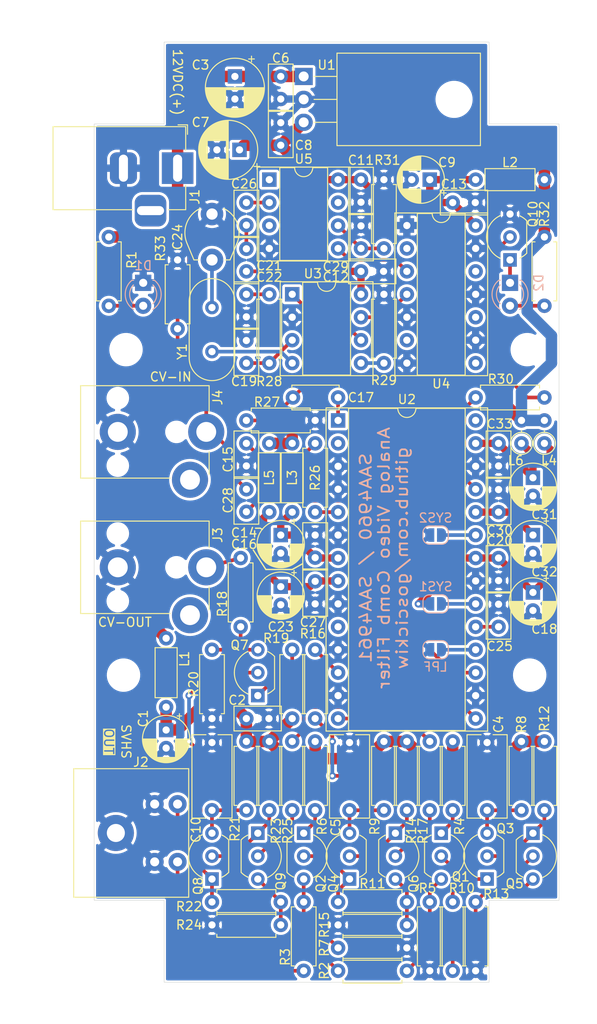
<source format=kicad_pcb>
(kicad_pcb (version 20221018) (generator pcbnew)
  (title_block (title "SAA4960 / SAA4961 Analog Video Comb Filter") (date "2024-08-24") (company "github.com/goscickiw"))
  (layers (0 "F.Cu" signal) (31 "B.Cu" signal) (34 "B.Paste" user) (35 "F.Paste" user) (36 "B.SilkS" user "B.Silkscreen") (37 "F.SilkS" user "F.Silkscreen") (38 "B.Mask" user) (39 "F.Mask" user) (44 "Edge.Cuts" user))
  (net 0 "")
  (net 1 "+12VA")
  (net 2 "GND")
  (net 3 "+12V")
  (net 4 "Net-(Q3-E)")
  (net 5 "Net-(Q4-E)")
  (net 6 "+5V")
  (net 7 "VCC")
  (net 8 "Net-(Q8-E)")
  (net 9 "+5VA")
  (net 10 "Net-(C15-Pad1)")
  (net 11 "Net-(U2-FSC)")
  (net 12 "Net-(U3-FSC)")
  (net 13 "+5VD")
  (net 14 "Net-(U3-PD)")
  (net 15 "Net-(U3-CVBS)")
  (net 16 "/CVBS-IN")
  (net 17 "Net-(C22-Pad1)")
  (net 18 "+5VP")
  (net 19 "Net-(C24-Pad1)")
  (net 20 "Net-(U5-VIDEO)")
  (net 21 "Net-(U2-CSY)")
  (net 22 "Net-(U5-INT)")
  (net 23 "Net-(U2-YEXT{slash}CVBS)")
  (net 24 "+5VL")
  (net 25 "Net-(D1-A)")
  (net 26 "Net-(D2-K)")
  (net 27 "Net-(D2-A)")
  (net 29 "/Y")
  (net 30 "/C")
  (net 31 "/CVBS-OUT")
  (net 32 "Net-(JP1-A)")
  (net 33 "Net-(JP2-A)")
  (net 34 "Net-(JP3-A)")
  (net 35 "Net-(Q1-C)")
  (net 36 "Net-(Q1-B)")
  (net 37 "Net-(Q1-E)")
  (net 38 "Net-(Q2-C)")
  (net 39 "Net-(Q2-B)")
  (net 40 "Net-(Q2-E)")
  (net 41 "Net-(Q3-B)")
  (net 42 "Net-(Q4-B)")
  (net 43 "Net-(Q5-B)")
  (net 44 "Net-(Q5-E)")
  (net 45 "Net-(Q6-B)")
  (net 46 "Net-(Q6-E)")
  (net 47 "Net-(Q7-C)")
  (net 48 "Net-(Q7-B)")
  (net 49 "Net-(Q7-E)")
  (net 50 "Net-(Q8-B)")
  (net 51 "Net-(Q9-B)")
  (net 52 "Net-(Q9-E)")
  (net 53 "Net-(Q10-B)")
  (net 54 "/DRV-C")
  (net 55 "/DRV-Y")
  (net 56 "/DRV-CV")
  (net 57 "Net-(U2-REFBP)")
  (net 58 "Net-(U3-4FSC)")
  (net 59 "Net-(U2-COMBENA)")
  (net 63 "Net-(U3-XTAL)")
  (net 64 "Net-(U3-BG)")
  (net 67 "Net-(U5-BURST)")
  (net 74 "/REFDL")
  (footprint "Resistor_THT:R_Axial_DIN0207_L6.3mm_D2.5mm_P7.62mm_Horizontal" (layer "F.Cu") (at 144.78 149.86 90)
    (fp_text reference "R3")
    (fp_text value "75R")
  )
  (footprint "Capacitor_THT:C_Rect_L9.0mm_W4.2mm_P7.50mm_MKT" (layer "F.Cu") (at 134.62 124.58 -90)
    (fp_text reference "C10")
    (fp_text value "1uF")
  )
  (footprint "Package_DIP:DIP-14_W7.62mm_Socket" (layer "F.Cu") (at 156.21 67.31)
    (fp_text reference "U4")
    (fp_text value "74HC04")
  )
  (footprint "Resistor_THT:R_Axial_DIN0207_L6.3mm_D2.5mm_P7.62mm_Horizontal" (layer "F.Cu") (at 134.62 144.78)
    (fp_text reference "R24")
    (fp_text value "560R")
  )
  (footprint "Inductor_THT:L_Axial_L5.3mm_D2.2mm_P7.62mm_Horizontal_Vishay_IM-1" (layer "F.Cu") (at 129.54 113.03 -90)
    (fp_text reference "L1")
    (fp_text value "22uH")
  )
  (footprint "Resistor_THT:R_Axial_DIN0207_L6.3mm_D2.5mm_P7.62mm_Horizontal" (layer "F.Cu") (at 138.43 132.08 90)
    (fp_text reference "R21")
    (fp_text value "47R")
  )
  (footprint "Resistor_THT:R_Axial_DIN0207_L6.3mm_D2.5mm_P7.62mm_Horizontal" (layer "F.Cu") (at 146.05 132.08 90)
    (fp_text reference "R6")
    (fp_text value "27R")
  )
  (footprint "Capacitor_THT:C_Disc_D5.0mm_W2.5mm_P2.50mm" (layer "F.Cu") (at 151.13 62.23 -90)
    (fp_text reference "C11")
    (fp_text value "100nF")
  )
  (footprint "Resistor_THT:R_Axial_DIN0207_L6.3mm_D2.5mm_P7.62mm_Horizontal" (layer "F.Cu") (at 123.19 76.2 90)
    (fp_text reference "R1")
    (fp_text value "10k")
  )
  (footprint "Resistor_THT:R_Axial_DIN0207_L6.3mm_D2.5mm_P7.62mm_Horizontal" (layer "F.Cu") (at 158.75 149.86 90)
    (fp_text reference "R5")
    (fp_text value "1k")
  )
  (footprint "Resistor_THT:R_Axial_DIN0207_L6.3mm_D2.5mm_P7.62mm_Horizontal" (layer "F.Cu") (at 143.51 114.3 -90)
    (fp_text reference "R19")
    (fp_text value "27R")
  )
  (footprint "Package_DIP:DIP-28_W15.24mm_Socket" (layer "F.Cu") (at 148.59 88.9)
    (fp_text reference "U2")
    (fp_text value "SAA4961")
  )
  (footprint "Capacitor_THT:C_Disc_D5.0mm_W2.5mm_P2.50mm" (layer "F.Cu") (at 142.24 58.42 90)
    (fp_text reference "C8")
    (fp_text value "100nF")
  )
  (footprint "Capacitor_THT:C_Disc_D5.0mm_W2.5mm_P2.50mm" (layer "F.Cu") (at 151.13 69.85 90)
    (fp_text reference "C29")
    (fp_text value "100nF")
  )
  (footprint "Capacitor_THT:CP_Radial_D6.3mm_P2.50mm" (layer "F.Cu") (at 137.16 50.8 -90)
    (fp_text reference "C3")
    (fp_text value "220uF")
  )
  (footprint "Capacitor_THT:C_Disc_D5.0mm_W2.5mm_P2.50mm" (layer "F.Cu") (at 138.43 82.55 90)
    (fp_text reference "C19")
    (fp_text value "470pF")
  )
  (footprint "Resistor_THT:R_Axial_DIN0207_L6.3mm_D2.5mm_P7.62mm_Horizontal" (layer "F.Cu") (at 161.29 132.08 90)
    (fp_text reference "R4")
    (fp_text value "27R")
  )
  (footprint "Resistor_THT:R_Axial_DIN0207_L6.3mm_D2.5mm_P7.62mm_Horizontal" (layer "F.Cu") (at 134.62 121.92 90)
    (fp_text reference "R20")
    (fp_text value "1k")
  )
  (footprint "Inductor_THT:L_Axial_L5.3mm_D2.2mm_P2.54mm_Vertical_Vishay_IM-1" (layer "F.Cu") (at 168.91 91.44 90)
    (fp_text reference "L6")
    (fp_text value "22uH")
  )
  (footprint "Connector_BarrelJack:BarrelJack_Horizontal" (layer "F.Cu") (at 130.81 60.96)
    (fp_text reference "J1")
    (fp_text value "12VDC(+)")
  )
  (footprint "Custom_Footprints:C_Trimmer_D6.0mm_P5.08mm" (layer "F.Cu") (at 134.62 71.12 90)
    (fp_text reference "C24")
    (fp_text value "20pF")
  )
  (footprint "Capacitor_THT:C_Disc_D5.0mm_W2.5mm_P2.50mm" (layer "F.Cu") (at 138.43 72.39 90)
    (fp_text reference "C21")
    (fp_text value "100nF")
  )
  (footprint "Capacitor_THT:C_Disc_D5.0mm_W2.5mm_P5.00mm" (layer "F.Cu") (at 148.59 86.36 180)
    (fp_text reference "C17")
    (fp_text value "1nF")
  )
  (footprint "Package_TO_SOT_THT:TO-92_Inline_Wide" (layer "F.Cu") (at 165.1 139.7 90)
    (fp_text reference "Q3")
    (fp_text value "BC558")
  )
  (footprint "Resistor_THT:R_Axial_DIN0207_L6.3mm_D2.5mm_P7.62mm_Horizontal" (layer "F.Cu") (at 168.91 132.08 90)
    (fp_text reference "R8")
    (fp_text value "47R")
  )
  (footprint "Capacitor_THT:C_Disc_D5.0mm_W2.5mm_P2.50mm" (layer "F.Cu") (at 138.43 67.27 90)
    (fp_text reference "C26")
    (fp_text value "100nF")
  )
  (footprint "Capacitor_THT:CP_Radial_D5.0mm_P2.00mm" (layer "F.Cu") (at 158.75 62.23 180)
    (fp_text reference "C9")
    (fp_text value "100uF")
  )
  (footprint "Capacitor_THT:C_Rect_L9.0mm_W4.2mm_P7.50mm_MKT" (layer "F.Cu") (at 165.1 124.58 -90)
    (fp_text reference "C4")
    (fp_text value "1uF")
  )
  (footprint "Package_TO_SOT_THT:TO-92_Inline_Wide" (layer "F.Cu") (at 144.78 134.62 -90)
    (fp_text reference "Q2")
    (fp_text value "BC548")
  )
  (footprint "Capacitor_THT:C_Disc_D5.0mm_W2.5mm_P2.50mm" (layer "F.Cu") (at 166.37 91.44 -90)
    (fp_text reference "C33")
    (fp_text value "100nF")
  )
  (footprint "Package_TO_SOT_THT:TO-220-3_Horizontal_TabDown" (layer "F.Cu") (at 144.78 50.8 -90)
    (fp_text reference "U1")
    (fp_text value "L7805")
  )
  (footprint "Resistor_THT:R_Axial_DIN0207_L6.3mm_D2.5mm_P7.62mm_Horizontal" (layer "F.Cu") (at 153.67 132.08 90)
    (fp_text reference "R9")
    (fp_text value "47R")
  )
  (footprint "Custom_Footprints:Keystone_973" (layer "F.Cu") (at 124.185 105.17 90)
    (fp_text reference "J3")
    (fp_text value "CV-OUT")
  )
  (footprint "Package_TO_SOT_THT:TO-92_Inline_Wide" (layer "F.Cu") (at 160.02 134.62 -90)
    (fp_text reference "Q1")
    (fp_text value "BC548")
  )
  (footprint "Resistor_THT:R_Axial_DIN0207_L6.3mm_D2.5mm_P7.62mm_Horizontal" (layer "F.Cu") (at 163.83 149.86 90)
    (fp_text reference "R13")
    (fp_text value "560R")
  )
  (footprint "Resistor_THT:R_Axial_DIN0207_L6.3mm_D2.5mm_P7.62mm_Horizontal" (layer "F.Cu") (at 146.05 88.9 180)
    (fp_text reference "R27")
    (fp_text value "1k")
  )
  (footprint "Capacitor_THT:C_Disc_D5.0mm_W2.5mm_P2.50mm" (layer "F.Cu") (at 138.43 121.92)
    (fp_text reference "C2")
    (fp_text value "100nF")
  )
  (footprint "Crystal:Crystal_HC49-U_Vertical" (layer "F.Cu") (at 134.62 76.4 -90)
    (fp_text reference "Y1")
    (fp_text value "See table")
  )
  (footprint "Capacitor_THT:C_Disc_D5.0mm_W2.5mm_P2.50mm" (layer "F.Cu") (at 166.37 104.14 -90)
    (fp_text reference "C20")
    (fp_text value "100nF")
  )
  (footprint "Package_TO_SOT_THT:TO-92_Inline_Wide" (layer "F.Cu") (at 170.18 134.62 -90)
    (fp_text reference "Q5")
    (fp_text value "BC548")
  )
  (footprint "Package_TO_SOT_THT:TO-92_Inline_Wide" (layer "F.Cu") (at 154.94 134.62 -90)
    (fp_text reference "Q6")
    (fp_text value "BC548")
  )
  (footprint "Inductor_THT:L_Axial_L5.3mm_D2.2mm_P7.62mm_Horizontal_Vishay_IM-1" (layer "F.Cu") (at 143.51 91.44 -90)
    (fp_text reference "L3")
    (fp_text value "22uH")
  )
  (footprint "Capacitor_THT:C_Disc_D5.0mm_W2.5mm_P2.50mm" (layer "F.Cu") (at 166.37 111.76 90)
    (fp_text reference "C25")
    (fp_text value "100nF")
  )
  (footprint "Package_DIP:DIP-8_W7.62mm_Socket" (layer "F.Cu") (at 143.51 74.93)
    (fp_text reference "U3")
    (fp_text value "MC44144")
  )
  (footprint "Capacitor_THT:C_Disc_D5.0mm_W2.5mm_P2.50mm" (layer "F.Cu") (at 138.43 74.93 -90)
    (fp_text reference "C22")
    (fp_text value "100nF")
  )
  (footprint "Resistor_THT:R_Axial_DIN0207_L6.3mm_D2.5mm_P7.62mm_Horizontal" (layer "F.Cu") (at 146.05 91.44 -90)
    (fp_text reference "R26")
    (fp_text value "47R")
  )
  (footprint "Package_TO_SOT_THT:TO-92_Inline_Wide" (layer "F.Cu") (at 149.86 139.7 90)
    (fp_text reference "Q4")
    (fp_text value "BC558")
  )
  (footprint "Resistor_THT:R_Axial_DIN0207_L6.3mm_D2.5mm_P7.62mm_Horizontal" (layer "F.Cu") (at 153.67 74.93 -90)
    (fp_text reference "R29")
    (fp_text value "1k")
  )
  (footprint "Inductor_THT:L_Axial_L5.3mm_D2.2mm_P2.54mm_Vertical_Vishay_IM-1" (layer "F.Cu") (at 171.45 91.44 90)
    (fp_text reference "L4")
    (fp_text value "22uH")
  )
  (footprint "Capacitor_THT:C_Rect_L9.0mm_W4.2mm_P7.50mm_MKT" (layer "F.Cu") (at 149.86 124.58 -90)
    (fp_text reference "C5")
    (fp_text value "1uF")
  )
  (footprint "Package_TO_SOT_THT:TO-92_Inline_Wide" (layer "F.Cu") (at 134.62 139.7 90)
    (fp_text reference "Q8")
    (fp_text value "BC558")
  )
  (footprint "Resistor_THT:R_Axial_DIN0207_L6.3mm_D2.5mm_P7.62mm_Horizontal" (layer "F.Cu") (at 148.59 142.24)
    (fp_text reference "R11")
    (fp_text value "560R")
  )
  (footprint "Capacitor_THT:C_Disc_D5.0mm_W2.5mm_P2.50mm" (layer "F.Cu") (at 138.43 99.02 90)
    (fp_text reference "C28")
    (fp_text value "100nF")
  )
  (footprint "Resistor_THT:R_Axial_DIN0207_L6.3mm_D2.5mm_P7.62mm_Horizontal" (layer "F.Cu") (at 140.97 132.08 90)
    (fp_text reference "R23")
    (fp_text value "4,7k")
  )
  (footprint "Capacitor_THT:CP_Radial_D5.0mm_P2.00mm" (layer "F.Cu") (at 129.54 123.19 -90)
    (fp_text reference "C1")
    (fp_text value "100uF")
  )
  (footprint "Capacitor_THT:CP_Radial_D5.0mm_P2.00mm" (layer "F.Cu") (at 170.18 107.95 -90)
    (fp_text reference "C18")
    (fp_text value "100uF")
  )
  (footprint "Resistor_THT:R_Axial_DIN0207_L6.3mm_D2.5mm_P7.62mm_Horizontal" (layer "F.Cu") (at 148.59 144.78)
    (fp_text reference "R15")
    (fp_text value "560R")
  )
  (footprint "Resistor_THT:R_Axial_DIN0207_L6.3mm_D2.5mm_P7.62mm_Horizontal" (layer "F.Cu") (at 156.21 132.08 90)
    (fp_text reference "R14")
    (fp_text value "4,7k")
  )
  (footprint "Inductor_THT:L_Axial_L5.3mm_D2.2mm_P7.62mm_Horizontal_Vishay_IM-1" (layer "F.Cu") (at 171.45 62.23 180)
    (fp_text reference "L2")
    (fp_text value "22uH")
  )
  (footprint "Resistor_THT:R_Axial_DIN0207_L6.3mm_D2.5mm_P7.62mm_Horizontal" (layer "F.Cu") (at 143.51 132.08 90)
    (fp_text reference "R25")
    (fp_text value "1k")
  )
  (footprint "Resistor_THT:R_Axial_DIN0207_L6.3mm_D2.5mm_P7.62mm_Horizontal" (layer "F.Cu") (at 134.62 142.24)
    (fp_text reference "R22")
    (fp_text value "560R")
  )
  (footprint "Package_TO_SOT_THT:TO-92_Inline_Wide" (layer "F.Cu") (at 139.7 119.38 90)
    (fp_text reference "Q7")
    (fp_text value "BC548")
  )
  (footprint "Custom_Footprints:MDC-204" (layer "F.Cu") (at 123.97 134.595 90)
    (fp_text reference "J2")
    (fp_text value "SVHS")
  )
  (footprint "Resistor_THT:R_Axial_DIN0207_L6.3mm_D2.5mm_P7.62mm_Horizontal" (layer "F.Cu") (at 137.795 104.14 -90)
    (fp_text reference "R18")
    (fp_text value "75R")
  )
  (footprint "Package_DIP:DIP-8_W7.62mm_Socket" (layer "F.Cu") (at 140.97 62.23)
    (fp_text reference "U5")
    (fp_text value "LM1881")
  )
  (footprint "Capacitor_THT:C_Disc_D5.0mm_W2.5mm_P2.50mm" (layer "F.Cu") (at 151.13 72.39)
    (fp_text reference "C12")
    (fp_text value "100nF")
  )
  (footprint "Resistor_THT:R_Axial_DIN0207_L6.3mm_D2.5mm_P7.62mm_Horizontal" (layer "F.Cu") (at 140.97 74.93 -90)
    (fp_text reference "R28")
    (fp_text value "47k")
  )
  (footprint "Resistor_THT:R_Axial_DIN0207_L6.3mm_D2.5mm_P7.62mm_Horizontal" (layer "F.Cu") (at 153.67 62.23 -90)
    (fp_text reference "R31")
    (fp_text value "680k")
  )
  (footprint "Resistor_THT:R_Axial_DIN0207_L6.3mm_D2.5mm_P7.62mm_Horizontal" (layer "F.Cu") (at 171.45 76.2 90)
    (fp_text reference "R32")
    (fp_text value "4,7k")
  )
  (footprint "Capacitor_THT:CP_Radial_D5.0mm_P2.00mm" (layer "F.Cu") (at 170.18 95.25 -90)
    (fp_text reference "C31")
    (fp_text value "100uF")
  )
  (footprint "Custom_Footprints:Keystone_973" (layer "F.Cu") (at 124.185 90.17 90)
    (fp_text reference "J4")
    (fp_text value "CV-IN")
  )
  (footprint "Resistor_THT:R_Axial_DIN0207_L6.3mm_D2.5mm_P7.62mm_Horizontal" (layer "F.Cu") (at 161.29 142.24 -90)
    (fp_text reference "R10")
    (fp_text value "560R")
  )
  (footprint "Capacitor_THT:C_Disc_D5.0mm_W2.5mm_P2.50mm" (layer "F.Cu") (at 166.37 99.06 90)
    (fp_text reference "C30")
    (fp_text value "100nF")
  )
  (footprint "Resistor_THT:R_Axial_DIN0207_L6.3mm_D2.5mm_P7.62mm_Horizontal" (layer "F.Cu") (at 146.05 121.92 90)
    (fp_text reference "R16")
    (fp_text value "1k")
  )
  (footprint "Capacitor_THT:C_Disc_D5.0mm_W2.5mm_P2.50mm" (layer "F.Cu") (at 161.29 64.77)
    (fp_text reference "C13")
    (fp_text value "100nF")
  )
  (footprint "Capacitor_THT:C_Disc_D5.0mm_W2.5mm_P2.50mm" (layer "F.Cu") (at 142.24 50.8 -90)
    (fp_text reference "C6")
    (fp_text value "100nF")
  )
  (footprint "Resistor_THT:R_Axial_DIN0207_L6.3mm_D2.5mm_P7.62mm_Horizontal" (layer "F.Cu") (at 158.75 132.08 90)
    (fp_text reference "R17")
    (fp_text value "1k")
  )
  (footprint "Capacitor_THT:CP_Radial_D5.0mm_P2.00mm" (layer "F.Cu") (at 170.18 101.6 -90)
    (fp_text reference "C32")
    (fp_text value "100uF")
  )
  (footprint "Capacitor_THT:CP_Radial_D6.3mm_P2.50mm" (layer "F.Cu") (at 137.668 58.928 180)
    (fp_text reference "C7")
    (fp_text value "220uF")
  )
  (footprint "Resistor_THT:R_Axial_DIN0207_L6.3mm_D2.5mm_P7.62mm_Horizontal" (layer "F.Cu") (at 156.21 147.32 180)
    (fp_text reference "R7")
    (fp_text value "1k")
  )
  (footprint "Package_TO_SOT_THT:TO-92_Inline_Wide" (layer "F.Cu") (at 139.7 134.62 -90)
    (fp_text reference "Q9")
    (fp_text value "BC548")
  )
  (footprint "Resistor_THT:R_Axial_DIN0207_L6.3mm_D2.5mm_P7.62mm_Horizontal" (layer "F.Cu") (at 163.83 86.36)
    (fp_text reference "R30")
    (fp_text value "2,2k")
  )
  (footprint "Resistor_THT:R_Axial_DIN0207_L6.3mm_D2.5mm_P7.62mm_Horizontal" (layer "F.Cu") (at 130.81 71.12 -90)
    (fp_text reference "R33")
    (fp_text value "75R")
  )
  (footprint "Custom_Footprints:Z-76" (layer "F.Cu") (at 147.32 99.06)
    (fp_text reference "N1" hide)
    (fp_text value "Z-76")
    (fp_poly (pts (xy 18 52.07) (xy 18 43) (xy 25.75 43) (xy 25.75 -43) (xy 18 -43) (xy 18 -52.07) (xy -18 -52.07) (xy -18 -43) (xy -25.75 -43) (xy -25.75 43) (xy -18 43) (xy -18 52.07)) (stroke (width 0.05)) (fill none) (layer "Edge.Cuts"))
  )
  (footprint "Inductor_THT:L_Axial_L5.3mm_D2.2mm_P7.62mm_Horizontal_Vishay_IM-1" (layer "F.Cu") (at 140.97 91.44 -90)
    (fp_text reference "L5")
    (fp_text value "22uH")
  )
  (footprint "Package_TO_SOT_THT:TO-92_Inline_Wide" (layer "F.Cu") (at 167.64 71.12 90)
    (fp_text reference "Q10")
    (fp_text value "BC548")
  )
  (footprint "Capacitor_THT:C_Disc_D5.0mm_W2.5mm_P2.50mm" (layer "F.Cu") (at 146.05 104.1 90)
    (fp_text reference "C16")
    (fp_text value "100nF")
  )
  (footprint "Capacitor_THT:C_Disc_D5.0mm_W2.5mm_P2.50mm" (layer "F.Cu") (at 146.05 106.72 -90)
    (fp_text reference "C27")
    (fp_text value "100nF")
  )
  (footprint "Capacitor_THT:CP_Radial_D5.0mm_P2.00mm" (layer "F.Cu") (at 142.24 107.315 -90)
    (fp_text reference "C23")
    (fp_text value "100uF")
  )
  (footprint "Resistor_THT:R_Axial_DIN0207_L6.3mm_D2.5mm_P7.62mm_Horizontal" (layer "F.Cu") (at 148.59 149.86)
    (fp_text reference "R2")
    (fp_text value "75R")
  )
  (footprint "Resistor_THT:R_Axial_DIN0207_L6.3mm_D2.5mm_P7.62mm_Horizontal" (layer "F.Cu") (at 171.45 132.08 90)
    (fp_text reference "R12")
    (fp_text value "4,7k")
  )
  (footprint "Capacitor_THT:CP_Radial_D5.0mm_P2.00mm" (layer "F.Cu") (at 142.24 101.6 -90)
    (fp_text reference "C14")
    (fp_text value "100uF")
  )
  (footprint "Capacitor_THT:C_Disc_D5.0mm_W2.5mm_P2.50mm" (layer "F.Cu") (at 138.43 91.44 -90)
    (fp_text reference "C15")
    (fp_text value "100nF")
  )
  (footprint "Jumper:SolderJumper-2_P1.3mm_Open_RoundedPad1.0x1.5mm" (layer "B.Cu") (at 159.4 101.6 180)
    (fp_text reference "JP1")
    (fp_text value "SYS2")
  )
  (footprint "Jumper:SolderJumper-2_P1.3mm_Open_RoundedPad1.0x1.5mm" (layer "B.Cu") (at 159.4 114.3 180)
    (fp_text reference "JP3")
    (fp_text value "LPF")
  )
  (footprint "LED_THT:LED_D3.0mm" (layer "B.Cu") (at 167.64 73.66 -90)
    (fp_text reference "D2")
    (fp_text value "COMB")
  )
  (footprint "Jumper:SolderJumper-2_P1.3mm_Open_RoundedPad1.0x1.5mm" (layer "B.Cu") (at 159.4 109.22 180)
    (fp_text reference "JP2")
    (fp_text value "SYS1")
  )
  (footprint "LED_THT:LED_D3.0mm" (layer "B.Cu") (at 127 73.66 -90)
    (fp_text reference "D1")
    (fp_text value "POWER")
  )
  (gr_line (start 139.954 100.838) (end 140.208 100.965) (stroke (width 0.15)) (layer "F.SilkS"))
  (gr_line (start 143.51 105.41) (end 144.653 104.775) (stroke (width 0.15)) (layer "F.SilkS"))
  (gr_line (start 139.446 100.838) (end 139.954 100.838) (stroke (width 0.15)) (layer "F.SilkS"))
  (gr_line (start 139.192 103.251) (end 140.589 105.41) (stroke (width 0.15)) (layer "F.SilkS"))
  (gr_line (start 140.589 105.41) (end 143.51 105.41) (stroke (width 0.15)) (layer "F.SilkS"))
  (gr_text "SAA4960 / SAA4961\nAnalog Video Comb Filter\ngithub.com/goscickiw" (at 153.67 104.14 90) (layer "B.SilkS") (effects (font (size 1.25 1.5) (thickness 0.2)) (justify mirror)))
  (gr_text "OUT" (at 123.19 124.46 270) (layer "F.SilkS" knockout) (effects (font (size 1 1))))
  (segment (start 156.21 124.46) (end 153.67 124.46) (width 1.27) (layer "F.Cu") (net 1))
  (segment (start 140.97 124.46) (end 138.43 124.46) (width 1.27) (layer "F.Cu") (net 1))
  (segment (start 129.54 123.19) (end 129.54 120.65) (width 1.27) (layer "F.Cu") (net 1))
  (segment (start 158.115 126.365) (end 156.21 124.46) (width 1.27) (layer "F.Cu") (net 1))
  (segment (start 167.005 126.365) (end 161.29 126.365) (width 1.27) (layer "F.Cu") (net 1))
  (segment (start 146.05 126.365) (end 142.875 126.365) (width 1.27) (layer "F.Cu") (net 1))
  (segment (start 143.51 121.92) (end 140.97 124.46) (width 1.27) (layer "F.Cu") (net 1))
  (segment (start 168.91 124.46) (end 167.005 126.365) (width 1.27) (layer "F.Cu") (net 1))
  (segment (start 142.875 126.365) (end 140.97 124.46) (width 1.27) (layer "F.Cu") (net 1))
  (segment (start 138.43 124.46) (end 138.43 121.92) (width 1.27) (layer "F.Cu") (net 1))
  (segment (start 130.81 123.19) (end 129.54 123.19) (width 1.27) (layer "F.Cu") (net 1))
  (segment (start 136.525 120.015) (end 133.985 120.015) (width 1.27) (layer "F.Cu") (net 1))
  (segment (start 146.05 124.46) (end 146.05 126.365) (width 1.27) (layer "F.Cu") (net 1))
  (segment (start 161.29 124.46) (end 161.29 126.365) (width 1.27) (layer "F.Cu") (net 1))
  (segment (start 151.765 126.365) (end 146.05 126.365) (width 1.27) (layer "F.Cu") (net 1))
  (segment (start 153.67 124.46) (end 151.765 126.365) (width 1.27) (layer "F.Cu") (net 1))
  (segment (start 161.29 126.365) (end 158.115 126.365) (width 1.27) (layer "F.Cu") (net 1))
  (segment (start 133.985 120.015) (end 130.81 123.19) (width 1.27) (layer "F.Cu") (net 1))
  (segment (start 138.43 121.92) (end 136.525 120.015) (width 1.27) (layer "F.Cu") (net 1))
  (segment (start 171.45 124.46) (end 168.91 124.46) (width 1.27) (layer "F.Cu") (net 1))
  (segment (start 144.78 53.38) (end 142.24 55.92) (width 0.8128) (layer "B.Cu") (net 2))
  (segment (start 144.78 53.34) (end 144.78 53.38) (width 0.8128) (layer "B.Cu") (net 2))
  (segment (start 144.74 53.3) (end 144.78 53.34) (width 0.8128) (layer "B.Cu") (net 2))
  (segment (start 142.24 53.3) (end 144.74 53.3) (width 0.8128) (layer "B.Cu") (net 2))
  (segment (start 128.905 68.58) (end 128.905 78.74) (width 1.27) (layer "F.Cu") (net 3))
  (segment (start 142.24 50.8) (end 144.78 50.8) (width 1.27) (layer "F.Cu") (net 3))
  (segment (start 129.54 81.915) (end 128.27 84.455) (width 1.27) (layer "F.Cu") (net 3))
  (segment (start 130.81 67.31) (end 129.54 68.58) (width 1.27) (layer "F.Cu") (net 3))
  (segment (start 128.905 78.74) (end 129.54 80.645) (width 1.27) (layer "F.Cu") (net 3))
  (segment (start 133.35 55.88) (end 130.81 58.42) (width 1.27) (layer "F.Cu") (net 3))
  (segment (start 130.81 58.42) (end 130.81 60.96) (width 1.27) (layer "F.Cu") (net 3))
  (segment (start 134.62 50.8) (end 133.35 52.07) (width 1.27) (layer "F.Cu") (net 3))
  (segment (start 129.54 68.58) (end 128.905 68.58) (width 1.27) (layer "F.Cu") (net 3))
  (segment (start 128.905 68.58) (end 123.19 68.58) (width 1.27) (layer "F.Cu") (net 3))
  (segment (start 133.35 52.07) (end 133.35 55.88) (width 1.27) (layer "F.Cu") (net 3))
  (segment (start 137.16 50.8) (end 142.24 50.8) (width 1.27) (layer "F.Cu") (net 3))
  (segment (start 128.27 84.455) (end 128.27 111.76) (width 1.27) (layer "F.Cu") (net 3))
  (segment (start 130.81 60.96) (end 130.81 67.31) (width 1.27) (layer "F.Cu") (net 3))
  (segment (start 137.16 50.8) (end 134.62 50.8) (width 1.27) (layer "F.Cu") (net 3))
  (segment (start 128.27 111.76) (end 129.54 113.03) (width 1.27) (layer "F.Cu") (net 3))
  (segment (start 129.54 80.645) (end 129.54 81.915) (width 1.27) (layer "F.Cu") (net 3))
  (segment (start 165.1 132.08) (end 165.1 134.62) (width 0.4064) (layer "F.Cu") (net 4))
  (segment (start 165.1 132.08) (end 168.91 132.08) (width 0.4064) (layer "F.Cu") (net 4))
  (segment (start 149.86 132.08) (end 149.86 134.62) (width 0.4064) (layer "F.Cu") (net 5))
  (segment (start 153.67 132.08) (end 149.86 132.08) (width 0.4064) (layer "F.Cu") (net 5))
  (segment (start 171.45 60.96) (end 170.18 59.69) (width 1.27) (layer "F.Cu") (net 6))
  (segment (start 143.51 88.9) (end 143.51 91.44) (width 1.27) (layer "F.Cu") (net 6))
  (segment (start 142.24 58.42) (end 144.78 55.88) (width 1.27) (layer "F.Cu") (net 6))
  (segment (start 171.45 68.58) (end 171.45 62.23) (width 1.27) (layer "F.Cu") (net 6))
  (segment (start 140.97 91.44) (end 143.51 91.44) (width 1.27) (layer "F.Cu") (net 6))
  (segment (start 142.24 58.42) (end 138.176 58.42) (width 1.27) (layer "F.Cu") (net 6))
  (segment (start 170.18 59.69) (end 143.51 59.69) (width 1.27) (layer "F.Cu") (net 6))
  (segment (start 138.176 58.42) (end 137.668 58.928) (width 1.27) (layer "F.Cu") (net 6))
  (segment (start 164.465 84.455) (end 147.955 84.455) (width 1.27) (layer "F.Cu") (net 6))
  (segment (start 147.955 84.455) (end 143.51 88.9) (width 1.27) (layer "F.Cu") (net 6))
  (segment (start 168.91 88.9) (end 164.465 84.455) (width 1.27) (layer "F.Cu") (net 6))
  (segment (start 143.51 59.69) (end 142.24 58.42) (width 1.27) (layer "F.Cu") (net 6))
  (segment (start 171.45 62.23) (end 171.45 60.96) (width 1.27) (layer "F.Cu") (net 6))
  (segment (start 172.2318 79.5218) (end 169.545 76.835) (width 1.27) (layer "B.Cu") (net 6))
  (segment (start 168.91 88.9) (end 168.91 85.725) (width 1.27) (layer "B.Cu") (net 6))
  (segment (start 172.2318 82.55) (end 172.2318 79.5218) (width 1.27) (layer "B.Cu") (net 6))
  (segment (start 169.545 70.485) (end 171.45 68.58) (width 1.27) (layer "B.Cu") (net 6))
  (segment (start 169.545 76.835) (end 169.545 70.485) (width 1.27) (layer "B.Cu") (net 6))
  (segment (start 168.91 85.725) (end 172.2318 82.55) (width 1.27) (layer "B.Cu") (net 6))
  (segment (start 168.91 88.9) (end 171.45 88.9) (width 1.27) (layer "B.Cu") (net 6))
  (segment (start 147.32 62.23) (end 148.59 62.23) (width 0.8128) (layer "F.Cu") (net 7))
  (segment (start 151.13 72.39) (end 147.32 72.39) (width 0.8128) (layer "F.Cu") (net 7))
  (segment (start 158.75 64.77) (end 153.67 64.77) (width 0.8128) (layer "F.Cu") (net 7))
  (segment (start 151.13 62.23) (end 148.59 62.23) (width 0.8128) (layer "F.Cu") (net 7))
  (segment (start 163.83 62.23) (end 158.75 62.23) (width 0.8128) (layer "F.Cu") (net 7))
  (segment (start 153.67 64.77) (end 151.13 62.23) (width 0.8128) (layer "F.Cu") (net 7))
  (segment (start 163.83 67.31) (end 161.29 64.77) (width 0.8128) (layer "F.Cu") (net 7))
  (segment (start 146.05 63.5) (end 147.32 62.23) (width 0.8128) (layer "F.Cu") (net 7))
  (segment (start 161.29 64.77) (end 158.75 64.77) (width 0.8128) (layer "F.Cu") (net 7))
  (segment (start 146.05 71.12) (end 146.05 63.5) (width 0.8128) (layer "F.Cu") (net 7))
  (segment (start 147.32 72.39) (end 146.05 71.12) (width 0.8128) (layer "F.Cu") (net 7))
  (segment (start 151.13 74.93) (end 151.13 72.39) (width 0.8128) (layer "F.Cu") (net 7))
  (segment (start 158.75 62.23) (end 158.75 64.77) (width 0.8128) (layer "F.Cu") (net 7))
  (segment (start 138.43 132.08) (end 134.62 132.08) (width 0.4064) (layer "F.Cu") (net 8))
  (segment (start 134.62 134.62) (end 134.62 132.08) (width 0.4064) (layer "F.Cu") (net 8))
  (segment (start 146.05 104.1) (end 143.55 101.6) (width 0.8128) (layer "F.Cu") (net 9))
  (segment (start 143.55 101.6) (end 142.24 101.6) (width 0.8128) (layer "F.Cu") (net 9))
  (segment (start 146.09 104.14) (end 146.05 104.1) (width 0.8128) (layer "F.Cu") (net 9))
  (segment (start 142.24 100.33) (end 143.51 99.06) (width 0.8128) (layer "F.Cu") (net 9))
  (segment (start 142.24 101.6) (end 142.24 100.33) (width 0.8128) (layer "F.Cu") (net 9))
  (segment (start 148.59 104.14) (end 146.09 104.14) (width 0.8128) (layer "F.Cu") (net 9))
  (segment (start 146.05 91.44) (end 144.78 92.71) (width 0.4064) (layer "F.Cu") (net 10))
  (segment (start 144.78 92.71) (end 139.7 92.71) (width 0.4064) (layer "F.Cu") (net 10))
  (segment (start 139.7 92.71) (end 138.43 91.44) (width 0.4064) (layer "F.Cu") (net 10))
  (segment (start 148.59 86.36) (end 148.59 88.9) (width 0.4064) (layer "F.Cu") (net 11))
  (segment (start 143.59 86.36) (end 141.05 88.9) (width 0.4064) (layer "F.Cu") (net 12))
  (segment (start 143.51 74.93) (end 146.05 77.47) (width 0.4064) (layer "F.Cu") (net 12))
  (segment (start 146.05 83.9) (end 143.59 86.36) (width 0.4064) (layer "F.Cu") (net 12))
  (segment (start 146.05 77.47) (end 146.05 83.9) (width 0.4064) (layer "F.Cu") (net 12))
  (segment (start 141.05 88.9) (end 138.43 88.9) (width 0.4064) (layer "F.Cu") (net 12))
  (segment (start 172.085 92.075) (end 172.085 106.045) (width 0.8128) (layer "F.Cu") (net 13))
  (segment (start 163.83 104.14) (end 162.56 104.14) (width 0.8128) (layer "F.Cu") (net 13))
  (segment (start 172.085 106.045) (end 170.18 107.95) (width 0.8128) (layer "F.Cu") (net 13))
  (segment (start 166.37 104.14) (end 163.83 104.14) (width 0.8128) (layer "F.Cu") (net 13))
  (segment (start 171.45 91.44) (end 172.085 92.075) (width 0.8128) (layer "F.Cu") (net 13))
  (segment (start 162.56 104.14) (end 157.48 109.22) (width 0.8128) (layer "F.Cu") (net 13))
  (segment (start 170.18 107.95) (end 166.37 104.14) (width 0.8128) (layer "F.Cu") (net 13))
  (via (at 157.48 109.22) (size 0.8) (drill 0.4) (layers "F.Cu" "B.Cu") (net 13))
  (segment (start 158.75 109.22) (end 157.48 109.22) (width 0.8128) (layer "B.Cu") (net 13))
  (segment (start 138.43 82.55) (end 140.97 82.55) (width 0.4064) (layer "F.Cu") (net 14))
  (segment (start 140.97 82.55) (end 143.51 80.01) (width 0.4064) (layer "F.Cu") (net 14))
  (segment (start 144.78 72.39) (end 147.32 74.93) (width 0.4064) (layer "F.Cu") (net 15))
  (segment (start 138.43 72.39) (end 144.78 72.39) (width 0.4064) (layer "F.Cu") (net 15))
  (segment (start 147.32 76.2) (end 151.13 80.01) (width 0.4064) (layer "F.Cu") (net 15))
  (segment (start 147.32 74.93) (end 147.32 76.2) (width 0.4064) (layer "F.Cu") (net 15))
  (segment (start 133.985 90.17) (end 133.985 86.995) (width 0.4064) (layer "F.Cu") (net 16))
  (segment (start 130.81 73.66) (end 132.08 72.39) (width 0.4064) (layer "F.Cu") (net 16))
  (segment (start 132.08 69.85) (end 133.35 68.58) (width 0.4064) (layer "F.Cu") (net 16))
  (segment (start 133.35 68.58) (end 138.43 68.58) (width 0.4064) (layer "F.Cu") (net 16))
  (segment (start 130.81 78.74) (end 130.81 73.66) (width 0.4064) (layer "F.Cu") (net 16))
  (segment (start 133.985 86.995) (end 130.81 83.82) (width 0.4064) (layer "F.Cu") (net 16))
  (segment (start 137.16 95.25) (end 137.16 92.71) (width 0.4064) (layer "F.Cu") (net 16))
  (segment (start 138.43 68.58) (end 138.43 69.89) (width 0.4064) (layer "F.Cu") (net 16))
  (segment (start 137.16 92.71) (end 134.62 90.17) (width 0.4064) (layer "F.Cu") (net 16))
  (segment (start 134.62 90.17) (end 133.985 90.17) (width 0.4064) (layer "F.Cu") (net 16))
  (segment (start 130.81 83.82) (end 130.81 78.74) (width 0.4064) (layer "F.Cu") (net 16))
  (segment (start 138.43 96.52) (end 137.16 95.25) (width 0.4064) (layer "F.Cu") (net 16))
  (segment (start 138.43 67.27) (end 138.43 68.58) (width 0.4064) (layer "F.Cu") (net 16))
  (segment (start 132.08 72.39) (end 132.08 69.85) (width 0.4064) (layer "F.Cu") (net 16))
  (segment (start 140.97 74.93) (end 138.43 74.93) (width 0.4064) (layer "F.Cu") (net 17))
  (segment (start 142.24 107.315) (end 145.455 107.315) (width 0.8128) (layer "F.Cu") (net 18))
  (segment (start 145.455 107.315) (end 146.05 106.72) (width 0.8128) (layer "F.Cu") (net 18))
  (segment (start 142.24 107.315) (end 140.335 105.41) (width 0.8128) (layer "F.Cu") (net 18))
  (segment (start 140.335 99.695) (end 140.97 99.06) (width 0.8128) (layer "F.Cu") (net 18))
  (segment (start 146.09 106.68) (end 146.05 106.72) (width 0.8128) (layer "F.Cu") (net 18))
  (segment (start 140.335 105.41) (end 140.335 99.695) (width 0.8128) (layer "F.Cu") (net 18))
  (segment (start 148.59 106.68) (end 146.09 106.68) (width 0.8128) (layer "F.Cu") (net 18))
  (segment (start 134.62 76.4) (end 134.62 71.12) (width 0.4064) (layer "B.Cu") (net 19))
  (segment (start 138.43 64.77) (end 140.97 64.77) (width 0.4064) (layer "F.Cu") (net 20))
  (segment (start 166.37 111.76) (end 163.83 111.76) (width 0.4064) (layer "F.Cu") (net 21))
  (segment (start 151.13 69.85) (end 148.59 67.31) (width 0.4064) (layer "F.Cu") (net 22))
  (segment (start 153.67 69.85) (end 151.13 69.85) (width 0.4064) (layer "F.Cu") (net 22))
  (segment (start 154.94 102.87) (end 149.86 97.79) (width 0.4064) (layer "F.Cu") (net 23))
  (segment (start 154.94 110.49) (end 154.94 102.87) (width 0.4064) (layer "F.Cu") (net 23))
  (segment (start 161.29 116.84) (end 154.94 110.49) (width 0.4064) (layer "F.Cu") (net 23))
  (segment (start 139.66 97.79) (end 138.43 99.02) (width 0.4064) (layer "F.Cu") (net 23))
  (segment (start 163.83 116.84) (end 161.29 116.84) (width 0.4064) (layer "F.Cu") (net 23))
  (segment (start 149.86 97.79) (end 139.66 97.79) (width 0.4064) (layer "F.Cu") (net 23))
  (segment (start 170.18 92.71) (end 168.91 91.44) (width 0.8128) (layer "F.Cu") (net 24))
  (segment (start 166.37 91.44) (end 163.83 91.44) (width 0.8128) (layer "F.Cu") (net 24))
  (segment (start 170.18 95.25) (end 170.18 92.71) (width 0.8128) (layer "F.Cu") (net 24))
  (segment (start 170.18 95.25) (end 166.37 91.44) (width 0.8128) (layer "F.Cu") (net 24))
  (segment (start 127 76.2) (end 123.19 76.2) (width 0.4064) (layer "F.Cu") (net 25))
  (segment (start 167.64 71.12) (end 167.64 73.66) (width 0.4064) (layer "F.Cu") (net 26))
  (segment (start 167.64 76.2) (end 171.45 76.2) (width 0.4064) (layer "F.Cu") (net 27))
  (segment (start 130.81 147.32) (end 130.81 137.795) (width 0.4064) (layer "F.Cu") (net 29))
  (segment (start 133.35 149.86) (end 130.81 147.32) (width 0.4064) (layer "F.Cu") (net 29))
  (segment (start 144.78 149.86) (end 133.35 149.86) (width 0.4064) (layer "F.Cu") (net 29))
  (segment (start 132.715 136.525) (end 130.81 134.62) (width 0.4064) (layer "F.Cu") (net 30))
  (segment (start 146.685 147.955) (end 133.985 147.955) (width 0.4064) (layer "F.Cu") (net 30))
  (segment (start 133.985 147.955) (end 132.715 146.685) (width 0.4064) (layer "F.Cu") (net 30))
  (segment (start 132.715 146.685) (end 132.715 136.525) (width 0.4064) (layer "F.Cu") (net 30))
  (segment (start 130.81 134.62) (end 130.81 131.395) (width 0.4064) (layer "F.Cu") (net 30))
  (segment (start 148.59 149.86) (end 146.685 147.955) (width 0.4064) (layer "F.Cu") (net 30))
  (segment (start 133.985 105.17) (end 137.795 104.14) (width 0.4064) (layer "F.Cu") (net 31))
  (segment (start 160.05 101.6) (end 163.83 101.6) (width 0.4064) (layer "B.Cu") (net 32))
  (segment (start 163.83 109.22) (end 160.05 109.22) (width 0.4064) (layer "B.Cu") (net 33))
  (segment (start 160.05 114.3) (end 163.83 114.3) (width 0.4064) (layer "B.Cu") (net 34))
  (segment (start 161.29 132.08) (end 161.29 133.35) (width 0.4064) (layer "F.Cu") (net 35))
  (segment (start 161.29 133.35) (end 160.02 134.62) (width 0.4064) (layer "F.Cu") (net 35))
  (segment (start 161.29 142.24) (end 161.29 139.7) (width 0.4064) (layer "F.Cu") (net 36))
  (segment (start 161.29 138.43) (end 160.02 137.16) (width 0.4064) (layer "F.Cu") (net 36))
  (segment (start 165.1 139.7) (end 161.29 139.7) (width 0.4064) (layer "F.Cu") (net 36))
  (segment (start 161.29 139.7) (end 161.29 138.43) (width 0.4064) (layer "F.Cu") (net 36))
  (segment (start 158.75 147.32) (end 158.75 142.24) (width 0.4064) (layer "F.Cu") (net 37))
  (segment (start 156.21 149.86) (end 158.75 147.32) (width 0.4064) (layer "F.Cu") (net 37))
  (segment (start 158.75 142.24) (end 158.75 140.97) (width 0.4064) (layer "F.Cu") (net 37))
  (segment (start 158.75 140.97) (end 160.02 139.7) (width 0.4064) (layer "F.Cu") (net 37))
  (segment (start 146.05 132.08) (end 146.05 133.35) (width 0.4064) (layer "F.Cu") (net 38))
  (segment (start 146.05 133.35) (end 144.78 134.62) (width 0.4064) (layer "F.Cu") (net 38))
  (segment (start 144.78 137.16) (end 147.32 137.16) (width 0.4064) (layer "F.Cu") (net 39))
  (segment (start 148.59 140.97) (end 149.86 139.7) (width 0.4064) (layer "F.Cu") (net 39))
  (segment (start 147.32 137.16) (end 149.86 139.7) (width 0.4064) (layer "F.Cu") (net 39))
  (segment (start 148.59 142.24) (end 148.59 140.97) (width 0.4064) (layer "F.Cu") (net 39))
  (segment (start 144.78 142.24) (end 144.78 139.7) (width 0.4064) (layer "F.Cu") (net 40))
  (segment (start 144.78 143.51) (end 144.78 142.24) (width 0.4064) (layer "F.Cu") (net 40))
  (segment (start 148.59 147.32) (end 144.78 143.51) (width 0.4064) (layer "F.Cu") (net 40))
  (segment (start 170.18 134.62) (end 167.64 137.16) (width 0.4064) (layer "F.Cu") (net 41))
  (segment (start 171.45 133.35) (end 170.18 134.62) (width 0.4064) (layer "F.Cu") (net 41))
  (segment (start 167.64 137.16) (end 165.1 137.16) (width 0.4064) (layer "F.Cu") (net 41))
  (segment (start 171.45 132.08) (end 171.45 133.35) (width 0.4064) (layer "F.Cu") (net 41))
  (segment (start 152.4 137.16) (end 154.94 134.62) (width 0.4064) (layer "F.Cu") (net 42))
  (segment (start 156.21 133.35) (end 154.94 134.62) (width 0.4064) (layer "F.Cu") (net 42))
  (segment (start 156.21 132.08) (end 156.21 133.35) (width 0.4064) (layer "F.Cu") (net 42))
  (segment (start 149.86 137.16) (end 152.4 137.16) (width 0.4064) (layer "F.Cu") (net 42))
  (segment (start 163.195 137.16) (end 164.465 138.43) (width 0.4064) (layer "F.Cu") (net 43))
  (segment (start 147.955 123.825) (end 146.05 121.92) (width 0.4064) (layer "F.Cu") (net 43))
  (segment (start 164.465 138.43) (end 168.91 138.43) (width 0.4064) (layer "F.Cu") (net 43))
  (segment (start 147.955 124.46) (end 147.955 123.825) (width 0.4064) (layer "F.Cu") (net 43))
  (segment (start 163.195 131.445) (end 163.195 137.16) (width 0.4064) (layer "F.Cu") (net 43))
  (segment (start 160.02 128.27) (end 163.195 131.445) (width 0.4064) (layer "F.Cu") (net 43))
  (segment (start 168.91 138.43) (end 170.18 137.16) (width 0.4064) (layer "F.Cu") (net 43))
  (segment (start 147.955 128.27) (end 160.02 128.27) (width 0.4064) (layer "F.Cu") (net 43))
  (via (at 147.955 124.46) (size 0.8) (drill 0.4) (layers "F.Cu" "B.Cu") (net 43))
  (via (at 147.955 128.27) (size 0.8) (drill 0.4) (layers "F.Cu" "B.Cu") (net 43))
  (segment (start 147.955 128.27) (end 147.955 124.46) (width 0.4064) (layer "B.Cu") (net 43))
  (segment (start 161.29 147.32) (end 161.29 149.86) (width 0.4064) (layer "F.Cu") (net 44))
  (segment (start 163.83 142.24) (end 165.1 140.97) (width 0.4064) (layer "F.Cu") (net 44))
  (segment (start 165.1 140.97) (end 168.91 140.97) (width 0.4064) (layer "F.Cu") (net 44))
  (segment (start 163.83 144.78) (end 161.29 147.32) (width 0.4064) (layer "F.Cu") (net 44))
  (segment (start 163.83 142.24) (end 163.83 144.78) (width 0.4064) (layer "F.Cu") (net 44))
  (segment (start 168.91 140.97) (end 170.18 139.7) (width 0.4064) (layer "F.Cu") (net 44))
  (segment (start 158.75 133.35) (end 154.94 137.16) (width 0.4064) (layer "F.Cu") (net 45))
  (segment (start 158.75 132.08) (end 158.75 133.35) (width 0.4064) (layer "F.Cu") (net 45))
  (segment (start 156.21 140.97) (end 154.94 139.7) (width 0.4064) (layer "F.Cu") (net 46))
  (segment (start 156.21 144.78) (end 156.21 142.24) (width 0.4064) (layer "F.Cu") (net 46))
  (segment (start 156.21 142.24) (end 156.21 140.97) (width 0.4064) (layer "F.Cu") (net 46))
  (segment (start 143.51 115.57) (end 143.51 114.3) (width 0.4064) (layer "F.Cu") (net 47))
  (segment (start 139.7 119.38) (end 143.51 115.57) (width 0.4064) (layer "F.Cu") (net 47))
  (segment (start 133.35 125.73) (end 133.35 138.43) (width 0.4064) (layer "F.Cu") (net 48))
  (segment (start 134.62 142.24) (end 134.62 139.7) (width 0.4064) (layer "F.Cu") (net 48))
  (segment (start 134.62 116.84) (end 139.7 116.84) (width 0.4064) (layer "F.Cu") (net 48))
  (segment (start 133.35 125.73) (end 132.08 124.46) (width 0.4064) (layer "F.Cu") (net 48))
  (segment (start 132.08 119.38) (end 134.62 116.84) (width 0.4064) (layer "F.Cu") (net 48))
  (segment (start 133.35 138.43) (end 134.62 139.7) (width 0.4064) (layer "F.Cu") (net 48))
  (via (at 132.08 119.38) (size 0.8) (drill 0.4) (layers "F.Cu" "B.Cu") (net 48))
  (via (at 132.08 124.46) (size 0.8) (drill 0.4) (layers "F.Cu" "B.Cu") (net 48))
  (segment (start 132.08 124.46) (end 132.08 119.38) (width 0.4064) (layer "B.Cu") (net 48))
  (segment (start 139.7 114.3) (end 137.795 114.3) (width 0.4064) (layer "F.Cu") (net 49))
  (segment (start 137.795 111.76) (end 137.795 114.3) (width 0.4064) (layer "F.Cu") (net 49))
  (segment (start 137.795 114.3) (end 134.62 114.3) (width 0.4064) (layer "F.Cu") (net 49))
  (segment (start 140.97 133.35) (end 139.7 134.62) (width 0.4064) (layer "F.Cu") (net 50))
  (segment (start 140.97 132.08) (end 140.97 133.35) (width 0.4064) (layer "F.Cu") (net 50))
  (segment (start 139.7 134.62) (end 137.16 137.16) (width 0.4064) (layer "F.Cu") (net 50))
  (segment (start 137.16 137.16) (end 134.62 137.16) (width 0.4064) (layer "F.Cu") (net 50))
  (segment (start 139.7 137.16) (end 143.51 133.35) (width 0.4064) (layer "F.Cu") (net 51))
  (segment (start 143.51 133.35) (end 143.51 132.08) (width 0.4064) (layer "F.Cu") (net 51))
  (segment (start 142.24 142.24) (end 142.24 144.78) (width 0.4064) (layer "F.Cu") (net 52))
  (segment (start 142.24 142.24) (end 139.7 139.7) (width 0.4064) (layer "F.Cu") (net 52))
  (segment (start 169.545 86.36) (end 171.45 86.36) (width 0.4064) (layer "F.Cu") (net 53))
  (segment (start 165.735 70.485) (end 165.735 82.55) (width 0.4064) (layer "F.Cu") (net 53))
  (segment (start 165.735 82.55) (end 169.545 86.36) (width 0.4064) (layer "F.Cu") (net 53))
  (segment (start 167.64 68.58) (end 165.735 70.485) (width 0.4064) (layer "F.Cu") (net 53))
  (segment (start 146.05 114.3) (end 148.59 116.84) (width 0.4064) (layer "F.Cu") (net 54))
  (segment (start 156.21 121.92) (end 148.59 121.92) (width 0.4064) (layer "F.Cu") (net 55))
  (segment (start 158.75 124.46) (end 156.21 121.92) (width 0.4064) (layer "F.Cu") (net 55))
  (segment (start 144.78 121.285) (end 144.78 123.19) (width 0.4064) (layer "F.Cu") (net 56))
  (segment (start 144.78 123.19) (end 143.51 124.46) (width 0.4064) (layer "F.Cu") (net 56))
  (segment (start 162.56 120.65) (end 145.415 120.65) (width 0.4064) (layer "F.Cu") (net 56))
  (segment (start 145.415 120.65) (end 144.78 121.285) (width 0.4064) (layer "F.Cu") (net 56))
  (segment (start 163.83 121.92) (end 162.56 120.65) (width 0.4064) (layer "F.Cu") (net 56))
  (segment (start 146.05 99.06) (end 148.59 99.06) (width 0.4064) (layer "F.Cu") (net 57))
  (segment (start 153.67 82.55) (end 151.13 82.55) (width 0.4064) (layer "B.Cu") (net 58))
  (segment (start 162.56 95.25) (end 163.83 96.52) (width 0.4064) (layer "F.Cu") (net 59))
  (segment (start 163.83 86.36) (end 162.56 87.63) (width 0.4064) (layer "F.Cu") (net 59))
  (segment (start 162.56 87.63) (end 162.56 95.25) (width 0.4064) (layer "F.Cu") (net 59))
  (segment (start 134.62 81.28) (end 142.24 81.28) (width 0.4064) (layer "B.Cu") (net 63))
  (segment (start 142.24 81.28) (end 143.51 82.55) (width 0.4064) (layer "B.Cu") (net 63))
  (segment (start 156.21 74.93) (end 153.67 77.47) (width 0.4064) (layer "F.Cu") (net 64))
  (segment (start 153.67 77.47) (end 151.13 77.47) (width 0.4064) (layer "F.Cu") (net 64))
  (segment (start 149.86 71.12) (end 154.94 71.12) (width 0.4064) (layer "F.Cu") (net 67))
  (segment (start 154.94 71.12) (end 156.21 72.39) (width 0.4064) (layer "F.Cu") (net 67))
  (segment (start 148.59 69.85) (end 149.86 71.12) (width 0.4064) (layer "F.Cu") (net 67))
  (segment (start 166.37 99.06) (end 167.64 99.06) (width 0.8128) (layer "F.Cu") (net 74))
  (segment (start 167.64 99.06) (end 170.18 101.6) (width 0.8128) (layer "F.Cu") (net 74))
  (segment (start 163.83 99.06) (end 166.37 99.06) (width 0.8128) (layer "F.Cu") (net 74))
  (zone (net 0) (net_name "") (layer "B.Cu") (connect_pads (clearance 0)) (min_thickness 0.3048)
    (keepout (tracks allowed) (vias allowed) (pads allowed) (copperpour not_allowed) (footprints allowed))
    (fill (thermal_gap 0.3048) (thermal_bridge_width 0.6096))
    (polygon (pts (xy 173.99 68.58) (xy 171.45 68.58) (xy 169.545 70.485) (xy 169.545 76.835) (xy 172.085 79.375) (xy 172.085 82.55) (xy 168.91 85.725) (xy 168.91 88.9) (xy 173.99 88.9)))
  )
  (zone (net 2) (net_name "GND") (layer "B.Cu") (connect_pads (clearance 0.3048)) (min_thickness 0.3048) (fill yes (thermal_gap 0.3048) (thermal_bridge_width 0.8128))
    (polygon (pts (xy 175.26 45.72) (xy 175.26 152.4) (xy 119.38 152.4) (xy 119.38 45.72)))
  )
  (zone (net 0) (net_name "") (layer "B.Cu") (connect_pads (clearance 0)) (min_thickness 0.4064)
    (keepout (tracks allowed) (vias allowed) (pads allowed) (copperpour not_allowed) (footprints allowed))
    (fill (thermal_gap 0.4064) (thermal_bridge_width 0.8128))
    (polygon (pts (xy 142.24 55.88) (xy 144.78 55.88) (xy 144.78 50.8) (xy 142.24 50.8)))
  )
  (zone (net 0) (net_name "") (layer "B.Cu") (connect_pads (clearance 0)) (min_thickness 0.25)
    (keepout (tracks allowed) (vias allowed) (pads allowed) (copperpour not_allowed) (footprints allowed))
    (fill (thermal_gap 0.5) (thermal_bridge_width 0.5))
    (polygon (pts (xy 152.908 72.39) (xy 152.4 71.882) (xy 151.892 71.882) (xy 151.892 72.898) (xy 152.4 72.898)))
  )
  (zone (net 0) (net_name "") (layer "B.Cu") (connect_pads (clearance 0)) (min_thickness 0.25)
    (keepout (tracks allowed) (vias allowed) (pads allowed) (copperpour not_allowed) (footprints allowed))
    (fill (thermal_gap 0.5) (thermal_bridge_width 0.5))
    (polygon (pts (xy 140.208 121.92) (xy 139.7 121.412) (xy 139.192 121.412) (xy 139.192 122.428) (xy 139.7 122.428)))
  )
  (zone (net 0) (net_name "") (layer "B.Cu") (connect_pads (clearance 0)) (min_thickness 0.25)
    (keepout (tracks allowed) (vias allowed) (pads allowed) (copperpour not_allowed) (footprints allowed))
    (fill (thermal_gap 0.5) (thermal_bridge_width 0.5))
    (polygon (pts (xy 163.068 64.77) (xy 162.56 64.262) (xy 162.052 64.262) (xy 162.052 65.278) (xy 162.56 65.278)))
  )
)
</source>
